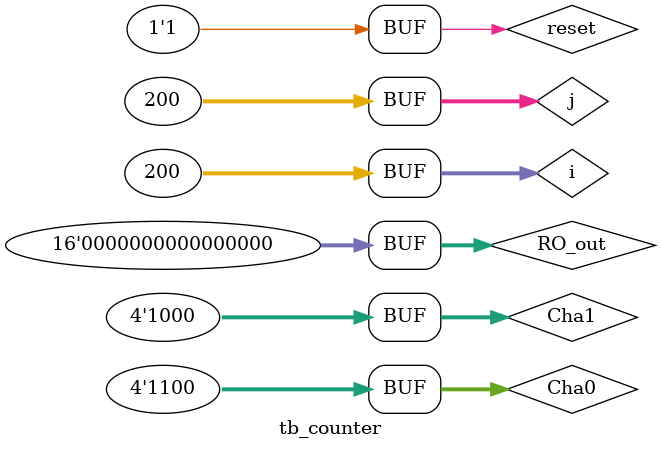
<source format=v>
module tb_counter;

wire Response;
wire [3:0] out1,out2;
reg [3:0]Cha0,Cha1;
reg [15:0]RO_out;
reg reset;
integer i,j;
Counter_group dut( .Cha0(Cha0), .Cha1(Cha1), .RO_out(RO_out), .reset(reset),.Response(Response),.out1(out1),.out2(out2));

 initial begin
 reset = 1;
 #5;
 reset = 0;
 RO_out = 16'b0;
 #10;
 reset = 1;
 #5;
 Cha0 = 4'b1100; 
 Cha1 = 4'b1000;
 end
 
 initial begin
 #25;
 for (i=0; i<200;i=i+1) begin
 RO_out[12] = ~RO_out[12];

 #15;
 end
 end
 
 initial begin
 #25;
 for (j=0; j<200;j=j+1) begin
 RO_out[8] = ~RO_out[8];

 #12;
 end
 end
 
 
endmodule

</source>
